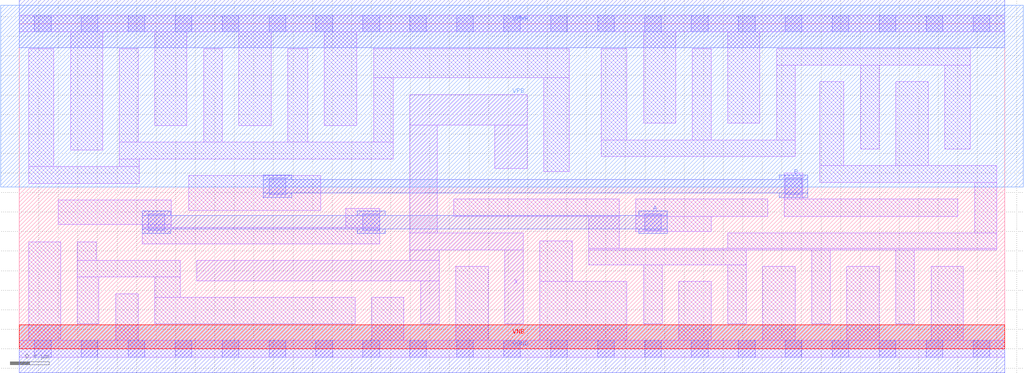
<source format=lef>
# Copyright 2020 The SkyWater PDK Authors
#
# Licensed under the Apache License, Version 2.0 (the "License");
# you may not use this file except in compliance with the License.
# You may obtain a copy of the License at
#
#     https://www.apache.org/licenses/LICENSE-2.0
#
# Unless required by applicable law or agreed to in writing, software
# distributed under the License is distributed on an "AS IS" BASIS,
# WITHOUT WARRANTIES OR CONDITIONS OF ANY KIND, either express or implied.
# See the License for the specific language governing permissions and
# limitations under the License.
#
# SPDX-License-Identifier: Apache-2.0

VERSION 5.7 ;
  NOWIREEXTENSIONATPIN ON ;
  DIVIDERCHAR "/" ;
  BUSBITCHARS "[]" ;
MACRO sky130_fd_sc_lp__xor2_4
  CLASS CORE ;
  FOREIGN sky130_fd_sc_lp__xor2_4 ;
  ORIGIN  0.000000  0.000000 ;
  SIZE  10.08000 BY  3.330000 ;
  SYMMETRY X Y R90 ;
  SITE unit ;
  PIN A
    ANTENNAGATEAREA  2.520000 ;
    DIRECTION INPUT ;
    USE SIGNAL ;
    PORT
      LAYER met1 ;
        RECT 1.260000 1.180000 1.550000 1.225000 ;
        RECT 1.260000 1.225000 6.625000 1.365000 ;
        RECT 1.260000 1.365000 1.550000 1.410000 ;
        RECT 3.455000 1.180000 3.745000 1.225000 ;
        RECT 3.455000 1.365000 3.745000 1.410000 ;
        RECT 6.335000 1.180000 6.625000 1.225000 ;
        RECT 6.335000 1.365000 6.625000 1.410000 ;
    END
  END A
  PIN B
    ANTENNAGATEAREA  2.520000 ;
    DIRECTION INPUT ;
    USE SIGNAL ;
    PORT
      LAYER met1 ;
        RECT 2.495000 1.550000 2.785000 1.595000 ;
        RECT 2.495000 1.595000 8.065000 1.735000 ;
        RECT 2.495000 1.735000 2.785000 1.780000 ;
        RECT 7.775000 1.550000 8.065000 1.595000 ;
        RECT 7.775000 1.735000 8.065000 1.780000 ;
    END
  END B
  PIN X
    ANTENNADIFFAREA  1.646400 ;
    DIRECTION OUTPUT ;
    USE SIGNAL ;
    PORT
      LAYER li1 ;
        RECT 1.815000 0.695000 4.295000 0.905000 ;
        RECT 3.995000 0.905000 4.295000 1.015000 ;
        RECT 3.995000 1.015000 5.155000 1.185000 ;
        RECT 3.995000 1.185000 4.275000 2.290000 ;
        RECT 3.995000 2.290000 5.195000 2.605000 ;
        RECT 4.105000 0.255000 4.295000 0.695000 ;
        RECT 4.865000 1.845000 5.195000 2.290000 ;
        RECT 4.965000 0.255000 5.155000 1.015000 ;
    END
  END X
  PIN VGND
    DIRECTION INOUT ;
    USE GROUND ;
    PORT
      LAYER met1 ;
        RECT 0.000000 -0.245000 10.080000 0.245000 ;
    END
  END VGND
  PIN VNB
    DIRECTION INOUT ;
    USE GROUND ;
    PORT
      LAYER pwell ;
        RECT 0.000000 0.000000 10.080000 0.245000 ;
    END
  END VNB
  PIN VPB
    DIRECTION INOUT ;
    USE POWER ;
    PORT
      LAYER nwell ;
        RECT -0.190000 1.655000 10.270000 3.520000 ;
    END
  END VPB
  PIN VPWR
    DIRECTION INOUT ;
    USE POWER ;
    PORT
      LAYER met1 ;
        RECT 0.000000 3.085000 10.080000 3.575000 ;
    END
  END VPWR
  OBS
    LAYER li1 ;
      RECT 0.000000 -0.085000 10.080000 0.085000 ;
      RECT 0.000000  3.245000 10.080000 3.415000 ;
      RECT 0.095000  0.085000  0.425000 1.095000 ;
      RECT 0.095000  1.695000  1.225000 1.865000 ;
      RECT 0.095000  1.865000  0.355000 3.075000 ;
      RECT 0.400000  1.275000  1.555000 1.525000 ;
      RECT 0.525000  2.035000  0.855000 3.245000 ;
      RECT 0.595000  0.255000  0.815000 0.735000 ;
      RECT 0.595000  0.735000  1.645000 0.905000 ;
      RECT 0.595000  0.905000  0.785000 1.095000 ;
      RECT 0.985000  0.085000  1.215000 0.565000 ;
      RECT 1.025000  1.865000  1.225000 1.945000 ;
      RECT 1.025000  1.945000  3.825000 2.115000 ;
      RECT 1.025000  2.115000  1.215000 3.075000 ;
      RECT 1.260000  1.075000  3.685000 1.245000 ;
      RECT 1.260000  1.245000  1.555000 1.275000 ;
      RECT 1.385000  0.255000  3.435000 0.525000 ;
      RECT 1.385000  0.525000  1.645000 0.735000 ;
      RECT 1.385000  2.285000  1.715000 3.245000 ;
      RECT 1.735000  1.415000  3.085000 1.775000 ;
      RECT 1.885000  2.115000  2.075000 3.075000 ;
      RECT 2.245000  2.285000  2.575000 3.245000 ;
      RECT 2.745000  2.115000  2.950000 3.075000 ;
      RECT 3.120000  2.285000  3.450000 3.245000 ;
      RECT 3.340000  1.245000  3.685000 1.435000 ;
      RECT 3.605000  0.085000  3.935000 0.525000 ;
      RECT 3.625000  2.115000  3.825000 2.775000 ;
      RECT 3.625000  2.775000  5.625000 3.075000 ;
      RECT 4.445000  1.355000  6.135000 1.535000 ;
      RECT 4.465000  0.085000  4.795000 0.845000 ;
      RECT 5.325000  0.085000  6.215000 0.690000 ;
      RECT 5.325000  0.690000  5.655000 1.105000 ;
      RECT 5.365000  1.815000  5.625000 2.775000 ;
      RECT 5.825000  0.860000  7.435000 1.015000 ;
      RECT 5.825000  1.015000  9.995000 1.030000 ;
      RECT 5.825000  1.030000  6.135000 1.355000 ;
      RECT 5.955000  1.970000  7.935000 2.140000 ;
      RECT 5.955000  2.140000  6.215000 3.075000 ;
      RECT 6.305000  1.200000  7.075000 1.355000 ;
      RECT 6.305000  1.355000  7.655000 1.535000 ;
      RECT 6.385000  0.255000  6.575000 0.860000 ;
      RECT 6.385000  2.310000  6.715000 3.245000 ;
      RECT 6.745000  0.085000  7.075000 0.690000 ;
      RECT 6.885000  2.140000  7.075000 3.075000 ;
      RECT 7.245000  0.255000  7.435000 0.860000 ;
      RECT 7.245000  1.030000  9.995000 1.185000 ;
      RECT 7.245000  2.310000  7.575000 3.245000 ;
      RECT 7.605000  0.085000  7.935000 0.845000 ;
      RECT 7.745000  2.140000  7.935000 2.905000 ;
      RECT 7.745000  2.905000  9.725000 3.075000 ;
      RECT 7.825000  1.355000  9.600000 1.535000 ;
      RECT 7.825000  1.535000  8.015000 1.800000 ;
      RECT 8.105000  0.255000  8.295000 1.015000 ;
      RECT 8.185000  1.705000  9.995000 1.875000 ;
      RECT 8.185000  1.875000  8.435000 2.735000 ;
      RECT 8.465000  0.085000  8.795000 0.845000 ;
      RECT 8.605000  2.045000  8.795000 2.905000 ;
      RECT 8.965000  0.255000  9.155000 1.015000 ;
      RECT 8.965000  1.875000  9.295000 2.735000 ;
      RECT 9.325000  0.085000  9.655000 0.845000 ;
      RECT 9.465000  2.045000  9.725000 2.905000 ;
      RECT 9.770000  1.185000  9.995000 1.705000 ;
    LAYER mcon ;
      RECT 0.155000 -0.085000 0.325000 0.085000 ;
      RECT 0.155000  3.245000 0.325000 3.415000 ;
      RECT 0.635000 -0.085000 0.805000 0.085000 ;
      RECT 0.635000  3.245000 0.805000 3.415000 ;
      RECT 1.115000 -0.085000 1.285000 0.085000 ;
      RECT 1.115000  3.245000 1.285000 3.415000 ;
      RECT 1.320000  1.210000 1.490000 1.380000 ;
      RECT 1.595000 -0.085000 1.765000 0.085000 ;
      RECT 1.595000  3.245000 1.765000 3.415000 ;
      RECT 2.075000 -0.085000 2.245000 0.085000 ;
      RECT 2.075000  3.245000 2.245000 3.415000 ;
      RECT 2.555000 -0.085000 2.725000 0.085000 ;
      RECT 2.555000  1.580000 2.725000 1.750000 ;
      RECT 2.555000  3.245000 2.725000 3.415000 ;
      RECT 3.035000 -0.085000 3.205000 0.085000 ;
      RECT 3.035000  3.245000 3.205000 3.415000 ;
      RECT 3.515000 -0.085000 3.685000 0.085000 ;
      RECT 3.515000  1.210000 3.685000 1.380000 ;
      RECT 3.515000  3.245000 3.685000 3.415000 ;
      RECT 3.995000 -0.085000 4.165000 0.085000 ;
      RECT 3.995000  3.245000 4.165000 3.415000 ;
      RECT 4.475000 -0.085000 4.645000 0.085000 ;
      RECT 4.475000  3.245000 4.645000 3.415000 ;
      RECT 4.955000 -0.085000 5.125000 0.085000 ;
      RECT 4.955000  3.245000 5.125000 3.415000 ;
      RECT 5.435000 -0.085000 5.605000 0.085000 ;
      RECT 5.435000  3.245000 5.605000 3.415000 ;
      RECT 5.915000 -0.085000 6.085000 0.085000 ;
      RECT 5.915000  3.245000 6.085000 3.415000 ;
      RECT 6.395000 -0.085000 6.565000 0.085000 ;
      RECT 6.395000  1.210000 6.565000 1.380000 ;
      RECT 6.395000  3.245000 6.565000 3.415000 ;
      RECT 6.875000 -0.085000 7.045000 0.085000 ;
      RECT 6.875000  3.245000 7.045000 3.415000 ;
      RECT 7.355000 -0.085000 7.525000 0.085000 ;
      RECT 7.355000  3.245000 7.525000 3.415000 ;
      RECT 7.835000 -0.085000 8.005000 0.085000 ;
      RECT 7.835000  1.580000 8.005000 1.750000 ;
      RECT 7.835000  3.245000 8.005000 3.415000 ;
      RECT 8.315000 -0.085000 8.485000 0.085000 ;
      RECT 8.315000  3.245000 8.485000 3.415000 ;
      RECT 8.795000 -0.085000 8.965000 0.085000 ;
      RECT 8.795000  3.245000 8.965000 3.415000 ;
      RECT 9.275000 -0.085000 9.445000 0.085000 ;
      RECT 9.275000  3.245000 9.445000 3.415000 ;
      RECT 9.755000 -0.085000 9.925000 0.085000 ;
      RECT 9.755000  3.245000 9.925000 3.415000 ;
  END
END sky130_fd_sc_lp__xor2_4
END LIBRARY

</source>
